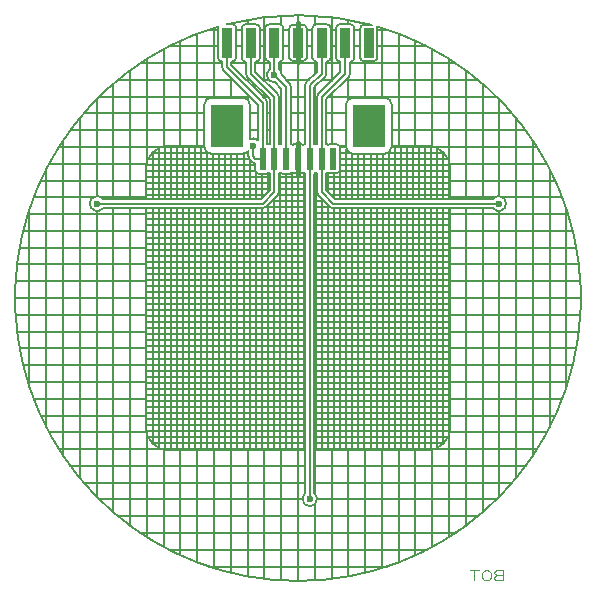
<source format=gbr>
G04 GENERATED BY PULSONIX 7.0 GERBER.DLL 4573*
%INHILLSTAR_30X30_EL_V1_0*%
%LNGERBER_BOTTOM*%
%FSLAX33Y33*%
%IPPOS*%
%LPD*%
%OFA0B0*%
%MOMM*%
%ADD15C,0.125*%
%ADD145C,0.400*%
%ADD180C,0.600*%
%ADD345C,0.150*%
%ADD403R,0.600X1.900*%
%ADD410R,2.700X3.600*%
%ADD5672R,0.900X2.500*%
X0Y0D02*
D02*
D15*
X146613Y102499D02*
X146466Y102425D01*
X146393Y102278*
X146466Y102131*
X146613Y102058*
X147128*
Y102940*
X146613*
X146466Y102866*
X146393Y102719*
X146466Y102572*
X146613Y102499*
X147128*
X146116Y102352D02*
X146116Y102646D01*
X146042Y102793*
X145969Y102866*
X145822Y102940*
X145674*
X145527Y102866*
X145454Y102793*
X145380Y102646*
Y102352*
X145454Y102205*
X145527Y102131*
X145674Y102058*
X145822*
X145969Y102131*
X146042Y102205*
X146116Y102352*
X144735Y102058D02*
X144735Y102940D01*
X145103D02*
X144368Y102940D01*
D02*
D145*
X129791Y137012D02*
Y136412D01*
Y138512D02*
Y139112D01*
Y146512D02*
Y145912D01*
Y148612D02*
Y149212D01*
D02*
D180*
X112791Y133962D03*
X123791Y146862D03*
Y148262D03*
X125791Y146862D03*
Y148262D03*
X125991Y138862D03*
X127791Y144862D03*
Y146862D03*
Y148262D03*
X129791Y146862D03*
Y148262D03*
X130791Y108962D03*
X131791Y146862D03*
Y148262D03*
X133791Y146862D03*
Y148262D03*
X135791Y146862D03*
Y148262D03*
X146791Y133962D03*
D02*
D345*
X116891Y133562D02*
Y115062D01*
G75*
G03X118891Y113062I2000*
G01*
X130391*
Y136503*
G75*
G02X130253Y136590I99J310*
G01*
G75*
G02X130091Y136537I-162J221*
G01*
X129491*
G75*
G02X129328Y136590J276*
G01*
G75*
G02X129091Y136487I-237J221*
G01*
X128491*
G75*
G02X128291Y136556J325*
G01*
G75*
G02X128191Y136503I-200J256*
G01*
Y134962*
G75*
G02X128073Y134679I-401J1*
G01*
X127073Y133679*
G75*
G02X126791Y133562I-282J282*
G01*
X116891*
X118276Y113159D02*
X130391D01*
X117454Y113671D02*
X130391D01*
X117094Y114183D02*
X130391D01*
X116925Y114695D02*
X130391D01*
X116891Y115207D02*
X130391D01*
X116891Y115719D02*
X130391D01*
X116891Y116232D02*
X130391D01*
X116891Y116744D02*
X130391D01*
X116891Y117256D02*
X130391D01*
X116891Y117768D02*
X130391D01*
X116891Y118280D02*
X130391D01*
X116891Y118792D02*
X130391D01*
X116891Y119304D02*
X130391D01*
X116891Y119816D02*
X130391D01*
X116891Y120329D02*
X130391D01*
X116891Y120841D02*
X130391D01*
X116891Y121353D02*
X130391D01*
X116891Y121865D02*
X130391D01*
X116891Y122377D02*
X130391D01*
X116891Y122889D02*
X130391D01*
X116891Y123401D02*
X130391D01*
X116891Y123913D02*
X130391D01*
X116891Y124426D02*
X130391D01*
X116891Y124938D02*
X130391D01*
X116891Y125450D02*
X130391D01*
X116891Y125962D02*
X130391D01*
X116891Y126474D02*
X130391D01*
X116891Y126986D02*
X130391D01*
X116891Y127498D02*
X130391D01*
X116891Y128011D02*
X130391D01*
X116891Y128523D02*
X130391D01*
X116891Y129035D02*
X130391D01*
X116891Y129547D02*
X130391D01*
X116891Y130059D02*
X130391D01*
X116891Y130571D02*
X130391D01*
X116891Y131083D02*
X130391D01*
X116891Y131595D02*
X130391D01*
X116891Y132108D02*
X130391D01*
X116891Y132620D02*
X130391D01*
X116891Y133132D02*
X130391D01*
X127033Y133644D02*
X130391D01*
X127550Y134156D02*
X130391D01*
X128063Y134668D02*
X130391D01*
X128191Y135180D02*
X130391D01*
X128191Y135692D02*
X130391D01*
X128191Y136205D02*
X130391D01*
X117500Y113625D02*
Y133562D01*
X118012Y113266D02*
Y133562D01*
X118524Y113096D02*
Y133562D01*
X119036Y113062D02*
Y133562D01*
X119548Y113062D02*
Y133562D01*
X120060Y113062D02*
Y133562D01*
X120572Y113062D02*
Y133562D01*
X121084Y113062D02*
Y133562D01*
X121597Y113062D02*
Y133562D01*
X122109Y113062D02*
Y133562D01*
X122621Y113062D02*
Y133562D01*
X123133Y113062D02*
Y133562D01*
X123645Y113062D02*
Y133562D01*
X124157Y113062D02*
Y133562D01*
X124669Y113062D02*
Y133562D01*
X125181Y113062D02*
Y133562D01*
X125694Y113062D02*
Y133562D01*
X126206Y113062D02*
Y133562D01*
X126718Y113062D02*
Y133562D01*
X127230Y113062D02*
Y133836D01*
X127742Y113062D02*
Y134348D01*
X128254Y113062D02*
Y136531D01*
X128766Y113062D02*
Y136487D01*
X129279Y113062D02*
Y136547D01*
X129791Y113062D02*
Y136537D01*
X130303Y113062D02*
Y136547D01*
X116891Y134362D02*
X126625D01*
X127391Y135128*
Y136503*
G75*
G02X127291Y136556I100J309*
G01*
G75*
G02X127091Y136487I-200J256*
G01*
X126491*
G75*
G02X126166Y136812J325*
G01*
Y137359*
G75*
G02X125905Y137476I24J403*
G01*
X125705Y137676*
G75*
G02X125591Y138019I286J286*
G01*
Y138382*
G75*
G02X125580Y138391I393J491*
G01*
G75*
G02X125141Y138187I-439J371*
G01*
X122441*
G75*
G02X121866Y138762J575*
G01*
Y138862*
X118891*
G75*
G03X116891Y136862J-2000*
G01*
Y134362*
Y134668D02*
X126931D01*
X116891Y135180D02*
X127391D01*
X116891Y135692D02*
X127391D01*
X116891Y136205D02*
X127391D01*
X116891Y136717D02*
X126180D01*
X116925Y137229D02*
X126166D01*
X117094Y137741D02*
X125652D01*
X117454Y138253D02*
X122173D01*
X125408D02*
X125591D01*
X118276Y138765D02*
X121866D01*
X117500Y134362D02*
Y138299D01*
X118012Y134362D02*
Y138658D01*
X118524Y134362D02*
Y138828D01*
X119036Y134362D02*
Y138862D01*
X119548Y134362D02*
Y138862D01*
X120060Y134362D02*
Y138862D01*
X120572Y134362D02*
Y138862D01*
X121084Y134362D02*
Y138862D01*
X121597Y134362D02*
Y138862D01*
X122109Y134362D02*
Y138293D01*
X122621Y134362D02*
Y138187D01*
X123133Y134362D02*
Y138187D01*
X123645Y134362D02*
Y138187D01*
X124157Y134362D02*
Y138187D01*
X124669Y134362D02*
Y138187D01*
X125181Y134362D02*
Y138188D01*
X125694Y134362D02*
Y137688D01*
X126206Y134362D02*
Y136656D01*
X126718Y134455D02*
Y136487D01*
X127230Y134967D02*
Y136518D01*
X123043Y148942D02*
G75*
G03X129791Y102012I6748J-22980D01*
G01*
G75*
G03X136472Y148961J23950*
G01*
G75*
G02X136516Y148812I-230J-149*
G01*
Y146312*
G75*
G02X136241Y146037I-275*
G01*
X135341*
G75*
G02X135066Y146312J275*
G01*
Y148812*
G75*
G02X135341Y149087I275*
G01*
X136023*
G75*
G03X123747Y149137I-6232J-23126*
G01*
X124241*
G75*
G02X124566Y148812J-325*
G01*
Y146312*
G75*
G02X124241Y145987I-325*
G01*
X124163*
Y145686*
X127073Y142775*
G75*
G02X127191Y142492I-283J-284*
G01*
Y139021*
G75*
G02X127291Y138968I-100J-309*
G01*
G75*
G02X127391Y139021I200J-256*
G01*
Y142796*
X125508Y144679*
G75*
G02X125391Y144962I283J283*
G01*
Y145987*
X125341*
G75*
G02X125016Y146312J325*
G01*
Y148812*
G75*
G02X125341Y149137I325*
G01*
X126241*
G75*
G02X126566Y148812J-325*
G01*
Y146312*
G75*
G02X126241Y145987I-325*
G01*
X126191*
Y145128*
X128073Y143245*
G75*
G02X128191Y142962I-283J-284*
G01*
Y139021*
G75*
G02X128291Y138968I-100J-309*
G01*
G75*
G02X128391Y139021I200J-256*
G01*
Y143696*
X127847Y144240*
G75*
G02X127391Y145342I-56J622*
G01*
Y145987*
X127341*
G75*
G02X127016Y146312J325*
G01*
Y148812*
G75*
G02X127341Y149137I325*
G01*
X128241*
G75*
G02X128566Y148812J-325*
G01*
Y146312*
G75*
G02X128241Y145987I-325*
G01*
X128191*
Y145342*
G75*
G02X128413Y144805I-400J-480*
G01*
X129073Y144145*
G75*
G02X129191Y143862I-283J-284*
G01*
Y139021*
G75*
G02X129328Y138934I-100J-308*
G01*
G75*
G02X129491Y138987I163J-223*
G01*
X130091*
G75*
G02X130253Y138934J-274*
G01*
G75*
G02X130391Y139021I237J-223*
G01*
Y143962*
G75*
G02X130508Y144245I400*
G01*
X131391Y145128*
Y145987*
X131341*
G75*
G02X131016Y146312J325*
G01*
Y148812*
G75*
G02X131341Y149137I325*
G01*
X132241*
G75*
G02X132566Y148812J-325*
G01*
Y146312*
G75*
G02X132241Y145987I-325*
G01*
X132191*
Y144962*
G75*
G02X132073Y144679I-401J1*
G01*
X131191Y143796*
Y139021*
G75*
G02X131291Y138968I-100J-309*
G01*
G75*
G02X131391Y139021I200J-256*
G01*
Y142962*
G75*
G02X131508Y143245I400*
G01*
X133391Y145128*
Y145987*
X133341*
G75*
G02X133016Y146312J325*
G01*
Y148812*
G75*
G02X133341Y149137I325*
G01*
X134241*
G75*
G02X134566Y148812J-325*
G01*
Y146312*
G75*
G02X134241Y145987I-325*
G01*
X134191*
Y144962*
G75*
G02X134073Y144679I-401J1*
G01*
X132191Y142796*
Y139021*
G75*
G02X132328Y138934I-100J-308*
G01*
G75*
G02X132491Y138987I163J-223*
G01*
X133091*
G75*
G02X133321Y138862J-275*
G01*
X133866*
Y142362*
G75*
G02X134441Y142937I575*
G01*
X137141*
G75*
G02X137716Y142362J-575*
G01*
Y138862*
X140691*
G75*
G02X142691Y136862J-2000*
G01*
Y134362*
X146310*
G75*
G02X147416Y133962I481J-400*
G01*
G75*
G02X146310Y133562I-625*
G01*
X142691*
Y115062*
G75*
G02X140691Y113062I-2000*
G01*
X131191*
Y109442*
G75*
G02X131416Y108962I-400J-480*
G01*
G75*
G02X130166I-625*
G01*
G75*
G02X130391Y109442I625*
G01*
Y113062*
X118891*
G75*
G02X116891Y115062J2000*
G01*
Y133562*
X113271*
G75*
G02X112166Y133962I-480J400*
G01*
G75*
G02X113271Y134362I625*
G01*
X116891*
Y136862*
G75*
G02X118891Y138862I2000*
G01*
X121866*
Y142362*
G75*
G02X122441Y142937I575*
G01*
X125141*
G75*
G02X125716Y142362J-575*
G01*
Y139423*
G75*
G02X126391Y139342I275J-561*
G01*
Y142326*
X123480Y145237*
G75*
G02X123363Y145520I283J283*
G01*
Y145987*
X123341*
G75*
G02X123016Y146312J325*
G01*
Y148812*
G75*
G02X123043Y148942I326*
G01*
X130516Y146312D02*
G75*
G02X130241Y146037I-275D01*
G01*
X129341*
G75*
G02X129066Y146312J275*
G01*
Y148812*
G75*
G02X129341Y149087I275*
G01*
X130241*
G75*
G02X130516Y148812J-275*
G01*
Y146312*
X122254Y103229D02*
X137328D01*
X118864Y104650D02*
X140717D01*
X116452Y106071D02*
X143130D01*
X114545Y107491D02*
X145037D01*
X112971Y108912D02*
X130168D01*
X131414D02*
X146610D01*
X111643Y110333D02*
X130391D01*
X131191D02*
X147938D01*
X110510Y111754D02*
X130391D01*
X131191D02*
X149071D01*
X109540Y113175D02*
X118229D01*
X141352D02*
X150041D01*
X108710Y114595D02*
X116946D01*
X142635D02*
X150872D01*
X108003Y116016D02*
X116891D01*
X142691D02*
X151578D01*
X107409Y117437D02*
X116891D01*
X142691D02*
X152172D01*
X106919Y118858D02*
X116891D01*
X142691D02*
X152663D01*
X106525Y120279D02*
X116891D01*
X142691D02*
X153057D01*
X106223Y121700D02*
X116891D01*
X142691D02*
X153358D01*
X106010Y123120D02*
X116891D01*
X142691D02*
X153571D01*
X105883Y124541D02*
X116891D01*
X142691D02*
X153698D01*
X105841Y125962D02*
X116891D01*
X142691D02*
X153741D01*
X105883Y127383D02*
X116891D01*
X142691D02*
X153698D01*
X106010Y128804D02*
X116891D01*
X142691D02*
X153571D01*
X106223Y130224D02*
X116891D01*
X142691D02*
X153358D01*
X106525Y131645D02*
X116891D01*
X142691D02*
X153057D01*
X106919Y133066D02*
X116891D01*
X142691D02*
X152663D01*
X107409Y134487D02*
X112451D01*
X113130D02*
X116891D01*
X142691D02*
X146451D01*
X147130D02*
X152172D01*
X108003Y135908D02*
X116891D01*
X142691D02*
X151578D01*
X108710Y137329D02*
X116946D01*
X142635D02*
X150872D01*
X109540Y138749D02*
X118229D01*
X141352D02*
X150041D01*
X110510Y140170D02*
X121866D01*
X125716D02*
X126391D01*
X127191D02*
X127391D01*
X128191D02*
X128391D01*
X129191D02*
X130391D01*
X131191D02*
X131391D01*
X132191D02*
X133866D01*
X137716D02*
X149071D01*
X111643Y141591D02*
X121866D01*
X125716D02*
X126391D01*
X127191D02*
X127391D01*
X128191D02*
X128391D01*
X129191D02*
X130391D01*
X131191D02*
X131391D01*
X132191D02*
X133866D01*
X137716D02*
X147938D01*
X112971Y143012D02*
X125705D01*
X126836D02*
X127175D01*
X128188D02*
X128391D01*
X129191D02*
X130391D01*
X131191D02*
X131394D01*
X132406D02*
X146610D01*
X114545Y144433D02*
X124284D01*
X125416D02*
X125754D01*
X126886D02*
X127336D01*
X128786D02*
X130696D01*
X131827D02*
X132696D01*
X133827D02*
X145037D01*
X116452Y145853D02*
X123363D01*
X124163D02*
X125391D01*
X126191D02*
X127391D01*
X128191D02*
X131391D01*
X132191D02*
X133391D01*
X134191D02*
X143130D01*
X118864Y147274D02*
X123016D01*
X124566D02*
X125016D01*
X126566D02*
X127016D01*
X128566D02*
X129066D01*
X130516D02*
X131016D01*
X132566D02*
X133016D01*
X134566D02*
X135066D01*
X136516D02*
X140717D01*
X122254Y148695D02*
X123016D01*
X124566D02*
X125016D01*
X126566D02*
X127016D01*
X128566D02*
X129066D01*
X130516D02*
X131016D01*
X132566D02*
X133016D01*
X134566D02*
X135066D01*
X136516D02*
X137328D01*
X107058Y118425D02*
Y133499D01*
X108478Y115036D02*
Y136889D01*
X109899Y112623D02*
Y139301D01*
X111320Y110716D02*
Y141208D01*
X112741Y109142D02*
Y133339D01*
Y134585D02*
Y142782D01*
X114162Y107814D02*
Y133562D01*
Y134362D02*
Y144110D01*
X115582Y106682D02*
Y133562D01*
Y134362D02*
Y145242D01*
X117003Y105711D02*
Y114400D01*
Y137524D02*
Y146213D01*
X118424Y104881D02*
Y113117D01*
Y138807D02*
Y147043D01*
X119845Y104175D02*
Y113062D01*
Y138862D02*
Y147749D01*
X121266Y103581D02*
Y113062D01*
Y138862D02*
Y148343D01*
X122687Y103090D02*
Y113062D01*
Y142937D02*
Y148834D01*
X124107Y102696D02*
Y113062D01*
Y142937D02*
Y144610D01*
Y149137D02*
Y149228D01*
X125528Y102394D02*
Y113062D01*
Y142787D02*
Y143189D01*
Y144320D02*
Y144659D01*
Y149137D02*
Y149530D01*
X126949Y102181D02*
Y113062D01*
Y142899D02*
Y143238D01*
Y144369D02*
Y149743D01*
X128370Y102054D02*
Y113062D01*
Y139014D02*
Y143717D01*
Y145097D02*
Y146014D01*
Y149110D02*
Y149870D01*
X129791Y102012D02*
Y113062D01*
Y138987D02*
Y146037D01*
Y149087D02*
Y149912D01*
X131211Y102054D02*
Y108500D01*
Y109424D02*
Y113062D01*
Y139014D02*
Y143817D01*
Y144949D02*
Y146014D01*
Y149110D02*
Y149870D01*
X132632Y102181D02*
Y113062D01*
Y138987D02*
Y143238D01*
Y144369D02*
Y149743D01*
X134053Y102394D02*
Y113062D01*
Y142787D02*
Y144659D01*
Y149137D02*
Y149530D01*
X135474Y102696D02*
Y113062D01*
Y142937D02*
Y146037D01*
Y149087D02*
Y149228D01*
X136895Y103090D02*
Y113062D01*
Y142937D02*
Y148834D01*
X138316Y103581D02*
Y113062D01*
Y138862D02*
Y148343D01*
X139736Y104175D02*
Y113062D01*
Y138862D02*
Y147749D01*
X141157Y104881D02*
Y113117D01*
Y138807D02*
Y147043D01*
X142578Y105711D02*
Y114400D01*
Y137524D02*
Y146213D01*
X143999Y106682D02*
Y133562D01*
Y134362D02*
Y145242D01*
X145420Y107814D02*
Y133562D01*
Y134362D02*
Y144110D01*
X146840Y109142D02*
Y133339D01*
Y134585D02*
Y142782D01*
X148261Y110716D02*
Y141208D01*
X149682Y112623D02*
Y139301D01*
X151103Y115036D02*
Y136889D01*
X152524Y118425D02*
Y133499D01*
X125991Y138862D02*
Y137962D01*
X126191Y137762*
X126791*
Y142492*
X123763Y145520*
Y146862*
X123791*
X127791Y137762D02*
Y142962D01*
X125791Y144962*
Y147562*
X127791Y137762D02*
Y134962D01*
X126791Y133962*
X112791*
X127791Y144862D02*
Y146862D01*
Y144862D02*
X128791Y143862D01*
Y137762*
X130791D02*
Y108962D01*
Y137762D02*
Y143962D01*
X131791Y144962*
Y146862*
X131191Y113062D02*
X140691D01*
G75*
G03X142691Y115062J2000*
G01*
Y133562*
X132791*
G75*
G02X132508Y133679J400*
G01*
X131508Y134679*
G75*
G02X131391Y134962I283J283*
G01*
Y136503*
G75*
G02X131291Y136556I100J309*
G01*
G75*
G02X131191Y136503I-200J256*
G01*
Y113062*
Y113159D02*
X141305D01*
X131191Y113671D02*
X142128D01*
X131191Y114183D02*
X142487D01*
X131191Y114695D02*
X142657D01*
X131191Y115207D02*
X142691D01*
X131191Y115719D02*
X142691D01*
X131191Y116232D02*
X142691D01*
X131191Y116744D02*
X142691D01*
X131191Y117256D02*
X142691D01*
X131191Y117768D02*
X142691D01*
X131191Y118280D02*
X142691D01*
X131191Y118792D02*
X142691D01*
X131191Y119304D02*
X142691D01*
X131191Y119816D02*
X142691D01*
X131191Y120329D02*
X142691D01*
X131191Y120841D02*
X142691D01*
X131191Y121353D02*
X142691D01*
X131191Y121865D02*
X142691D01*
X131191Y122377D02*
X142691D01*
X131191Y122889D02*
X142691D01*
X131191Y123401D02*
X142691D01*
X131191Y123913D02*
X142691D01*
X131191Y124426D02*
X142691D01*
X131191Y124938D02*
X142691D01*
X131191Y125450D02*
X142691D01*
X131191Y125962D02*
X142691D01*
X131191Y126474D02*
X142691D01*
X131191Y126986D02*
X142691D01*
X131191Y127498D02*
X142691D01*
X131191Y128011D02*
X142691D01*
X131191Y128523D02*
X142691D01*
X131191Y129035D02*
X142691D01*
X131191Y129547D02*
X142691D01*
X131191Y130059D02*
X142691D01*
X131191Y130571D02*
X142691D01*
X131191Y131083D02*
X142691D01*
X131191Y131595D02*
X142691D01*
X131191Y132108D02*
X142691D01*
X131191Y132620D02*
X142691D01*
X131191Y133132D02*
X142691D01*
X131191Y133644D02*
X132548D01*
X131191Y134156D02*
X132031D01*
X131191Y134668D02*
X131519D01*
X131191Y135180D02*
X131391D01*
X131191Y135692D02*
X131391D01*
X131191Y136205D02*
X131391D01*
X131327Y113062D02*
Y136531D01*
X131839Y113062D02*
Y134348D01*
X132351Y113062D02*
Y133836D01*
X132863Y113062D02*
Y133562D01*
X133376Y113062D02*
Y133562D01*
X133888Y113062D02*
Y133562D01*
X134400Y113062D02*
Y133562D01*
X134912Y113062D02*
Y133562D01*
X135424Y113062D02*
Y133562D01*
X135936Y113062D02*
Y133562D01*
X136448Y113062D02*
Y133562D01*
X136960Y113062D02*
Y133562D01*
X137473Y113062D02*
Y133562D01*
X137985Y113062D02*
Y133562D01*
X138497Y113062D02*
Y133562D01*
X139009Y113062D02*
Y133562D01*
X139521Y113062D02*
Y133562D01*
X140033Y113062D02*
Y133562D01*
X140545Y113062D02*
Y133562D01*
X141057Y113096D02*
Y133562D01*
X141570Y113266D02*
Y133562D01*
X142082Y113625D02*
Y133562D01*
X142594Y114447D02*
Y133562D01*
X131791Y137762D02*
Y134962D01*
X132791Y133962*
X146791*
X131791Y137762D02*
Y142962D01*
X133791Y144962*
Y146862*
X133321Y138862D02*
G75*
G02X133366Y138712I-230J-151D01*
G01*
Y136812*
G75*
G02X133091Y136537I-275*
G01*
X132491*
G75*
G02X132328Y136590J276*
G01*
G75*
G02X132191Y136503I-237J221*
G01*
Y135128*
X132956Y134362*
X142691*
Y136862*
G75*
G03X140691Y138862I-2000*
G01*
X137716*
Y138762*
G75*
G02X137141Y138187I-575*
G01*
X134441*
G75*
G02X133866Y138762J575*
G01*
Y138862*
X133321*
X132650Y134668D02*
X142691D01*
X132191Y135180D02*
X142691D01*
X132191Y135692D02*
X142691D01*
X132191Y136205D02*
X142691D01*
X133349Y136717D02*
X142691D01*
X133366Y137229D02*
X142657D01*
X133366Y137741D02*
X142487D01*
X133366Y138253D02*
X134173D01*
X137408D02*
X142128D01*
X133360Y138765D02*
X133866D01*
X137716D02*
X141305D01*
X132351Y134967D02*
Y136575D01*
X132863Y134455D02*
Y136537D01*
X133376Y134362D02*
Y138862D01*
X133888Y134362D02*
Y138604D01*
X134400Y134362D02*
Y138188D01*
X134912Y134362D02*
Y138187D01*
X135424Y134362D02*
Y138187D01*
X135936Y134362D02*
Y138187D01*
X136448Y134362D02*
Y138187D01*
X136960Y134362D02*
Y138187D01*
X137473Y134362D02*
Y138293D01*
X137985Y134362D02*
Y138862D01*
X138497Y134362D02*
Y138862D01*
X139009Y134362D02*
Y138862D01*
X139521Y134362D02*
Y138862D01*
X140033Y134362D02*
Y138862D01*
X140545Y134362D02*
Y138862D01*
X141057Y134362D02*
Y138828D01*
X141570Y134362D02*
Y138658D01*
X142082Y134362D02*
Y138299D01*
X142594Y134362D02*
Y137477D01*
D02*
D403*
X126791Y137762D03*
X127791D03*
X128791D03*
X129791D03*
X130791D03*
X131791D03*
X132791D03*
D02*
D410*
X123791Y140562D03*
X135791D03*
D02*
D5672*
X123791Y147562D03*
X125791D03*
X127791D03*
X129791D03*
X131791D03*
X133791D03*
X135791D03*
X0Y0D02*
M02*

</source>
